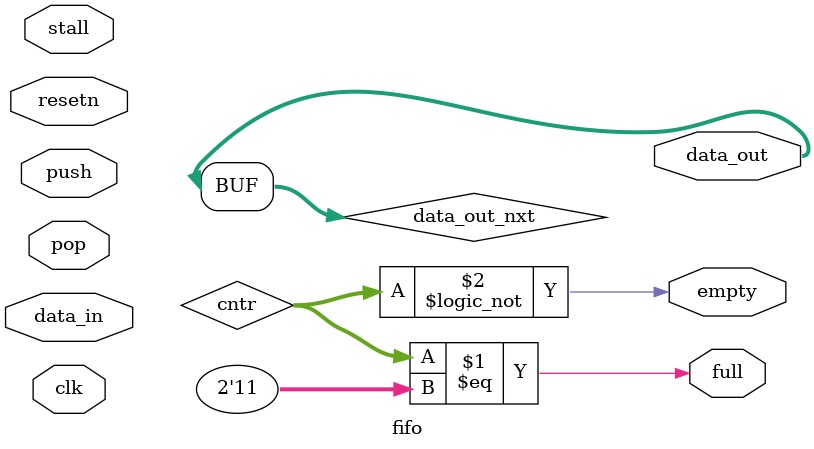
<source format=v>
module fifo 
   (input clk,
    input        resetn,
    input [7:0]  data_in,
    input        push,
    input        stall, 
    input        pop,
    output [7:0] data_out,
    output       full,
    output       empty
     );

   reg             full_nxt;
   reg             empty_nxt;
   reg [1:0]       wptr;
   reg [1:0]       rptr;
   reg [7:0]       data [3:0];
   reg [7:0]       data_out_nxt;
   reg [1:0]       cntr;
   
   

`ifdef step1
 `define first_rtl
`elsif step2
 `define first_rtl
`endif
`ifdef step3
 `define second_rtl
`elsif step4
 `define second_rtl
`endif
   
   
   
`ifdef first_rtl
 always @(posedge clk or negedge resetn)
     if (!resetn)
       wptr <= '0;
     else if (push)
       wptr <= wptr + 1'b1;
     else if (stall)
       wptr <= wptr;

   always @(posedge clk or negedge resetn)
     if (!resetn)
       rptr <= '0;
     else if (pop)
       rptr <= rptr + 1'b1;
     else if (stall)
       rptr <= rptr;

   always @(posedge clk)
     if (push)
       data[wptr] <= data_in;

   always @(posedge clk)
     if (pop)
       data_out_nxt <= data[rptr];

   always @(posedge clk or negedge resetn)
     if (!resetn)
       cntr <= '0;
     else cntr <= cntr + (push && !stall && !full) - (pop && !stall && !empty);

`endif


`ifdef second_rtl

   always @(posedge clk or negedge resetn)
     if (!resetn)
       wptr <= '0;
     else if (push && !stall)
       wptr <= wptr + 1'b1;
     else if (stall)
       wptr <= wptr;

   always @(posedge clk or negedge resetn)
     if (!resetn)
       rptr <= '0;
     else if (pop && !stall)
       rptr <= rptr + 1'b1;
     else if (stall)
       rptr <= rptr;

   always @(posedge clk)
     if (push && !stall)
       data[wptr] <= data_in;

   always @(posedge clk)
     if (pop && !stall)
       data_out_nxt <= data[rptr];   

   always @(posedge clk or negedge resetn)
     if (!resetn)
       cntr <= '0;
     else cntr <= cntr + (push && !stall && !full) - (pop && !stall && !empty);     
`endif //  `ifdef second_rtl

`ifdef step5
always @(posedge clk or negedge resetn)
     if (!resetn)
       wptr <= '0;
     else if (push && !stall)
       wptr <= wptr + 1'b1;


   always @(posedge clk or negedge resetn)
     if (!resetn)
       rptr <= '0;
     else if (pop && !stall)
       rptr <= rptr + 1'b1;

   always @(posedge clk)
     if (push && !stall)
       data[wptr] <= data_in;

   always @(posedge clk)
     if (pop && !stall)
       data_out_nxt <= data[rptr];   

   always @(posedge clk or negedge resetn)
     if (!resetn)
       cntr <= '0;
     else cntr <= cntr + (push && !stall && !full) - (pop && !stall && !empty);     
`endif   

   assign data_out = data_out_nxt;
   assign full = cntr == 3;
   assign empty = cntr == 0;   
   

   
endmodule

</source>
